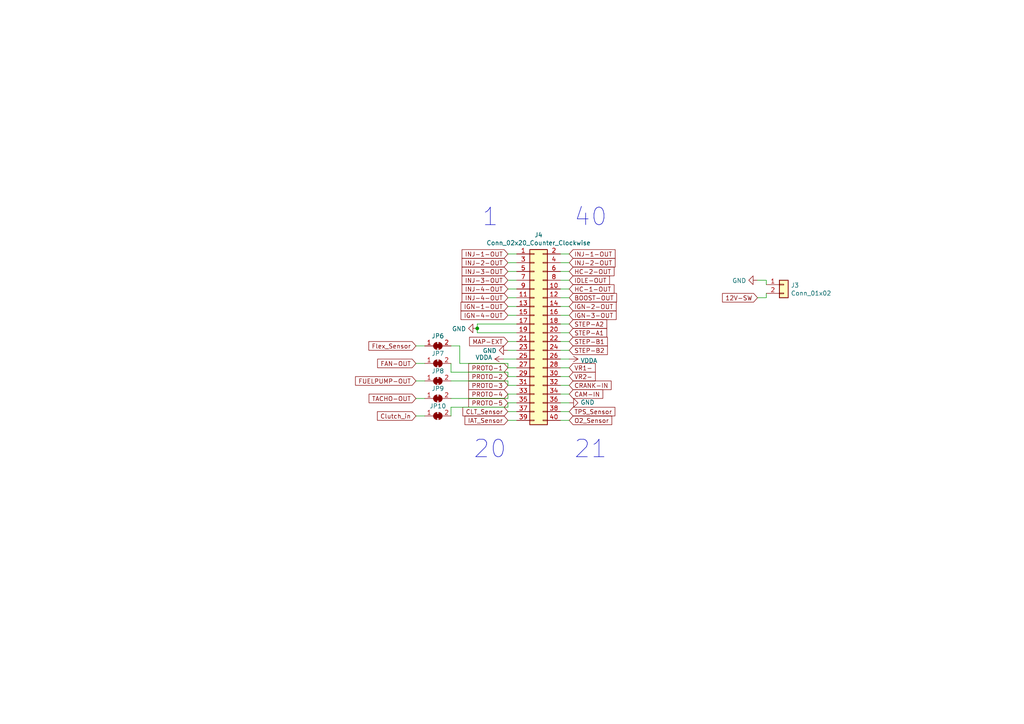
<source format=kicad_sch>
(kicad_sch (version 20210621) (generator eeschema)
  (paper "A4")
  (lib_symbols
    (symbol "Connector_Generic:Conn_01x02" (pin_names (offset 1.016) hide)
      (property "Reference" "J" (at 0 2.54 0))
      (property "Value" "Conn_01x02" (at 0 -5.08 0))
      (symbol "Conn_01x02_1_1"
        (rectangle (start -1.27 -2.413) (end 0 -2.667) (stroke (width 0.1524)))
        (rectangle (start -1.27 0.127) (end 0 -0.127) (stroke (width 0.1524)))
        (rectangle (start -1.27 1.27) (end 1.27 -3.81) (stroke (width 0.254)) (fill (type background)))
        (pin passive line (at -5.08 0 0) (length 3.81) (name "Pin_1") (number "1"))
        (pin passive line (at -5.08 -2.54 0) (length 3.81) (name "Pin_2") (number "2"))
      )
    )
    (symbol "Connector_Generic:Conn_02x20_Odd_Even" (pin_names (offset 1.016) hide)
      (property "Reference" "J" (at 1.27 25.4 0))
      (property "Value" "Conn_02x20_Odd_Even" (at 1.27 -27.94 0))
      (symbol "Conn_02x20_Odd_Even_1_1"
        (rectangle (start -1.27 -25.273) (end 0 -25.527) (stroke (width 0.1524)))
        (rectangle (start -1.27 -22.733) (end 0 -22.987) (stroke (width 0.1524)))
        (rectangle (start -1.27 -20.193) (end 0 -20.447) (stroke (width 0.1524)))
        (rectangle (start -1.27 -17.653) (end 0 -17.907) (stroke (width 0.1524)))
        (rectangle (start -1.27 -15.113) (end 0 -15.367) (stroke (width 0.1524)))
        (rectangle (start -1.27 -12.573) (end 0 -12.827) (stroke (width 0.1524)))
        (rectangle (start -1.27 -10.033) (end 0 -10.287) (stroke (width 0.1524)))
        (rectangle (start -1.27 -7.493) (end 0 -7.747) (stroke (width 0.1524)))
        (rectangle (start -1.27 -4.953) (end 0 -5.207) (stroke (width 0.1524)))
        (rectangle (start -1.27 -2.413) (end 0 -2.667) (stroke (width 0.1524)))
        (rectangle (start -1.27 0.127) (end 0 -0.127) (stroke (width 0.1524)))
        (rectangle (start -1.27 2.667) (end 0 2.413) (stroke (width 0.1524)))
        (rectangle (start -1.27 5.207) (end 0 4.953) (stroke (width 0.1524)))
        (rectangle (start -1.27 7.747) (end 0 7.493) (stroke (width 0.1524)))
        (rectangle (start -1.27 10.287) (end 0 10.033) (stroke (width 0.1524)))
        (rectangle (start -1.27 12.827) (end 0 12.573) (stroke (width 0.1524)))
        (rectangle (start -1.27 15.367) (end 0 15.113) (stroke (width 0.1524)))
        (rectangle (start -1.27 17.907) (end 0 17.653) (stroke (width 0.1524)))
        (rectangle (start -1.27 20.447) (end 0 20.193) (stroke (width 0.1524)))
        (rectangle (start -1.27 22.987) (end 0 22.733) (stroke (width 0.1524)))
        (rectangle (start -1.27 24.13) (end 3.81 -26.67) (stroke (width 0.254)) (fill (type background)))
        (rectangle (start 3.81 -25.273) (end 2.54 -25.527) (stroke (width 0.1524)))
        (rectangle (start 3.81 -22.733) (end 2.54 -22.987) (stroke (width 0.1524)))
        (rectangle (start 3.81 -20.193) (end 2.54 -20.447) (stroke (width 0.1524)))
        (rectangle (start 3.81 -17.653) (end 2.54 -17.907) (stroke (width 0.1524)))
        (rectangle (start 3.81 -15.113) (end 2.54 -15.367) (stroke (width 0.1524)))
        (rectangle (start 3.81 -12.573) (end 2.54 -12.827) (stroke (width 0.1524)))
        (rectangle (start 3.81 -10.033) (end 2.54 -10.287) (stroke (width 0.1524)))
        (rectangle (start 3.81 -7.493) (end 2.54 -7.747) (stroke (width 0.1524)))
        (rectangle (start 3.81 -4.953) (end 2.54 -5.207) (stroke (width 0.1524)))
        (rectangle (start 3.81 -2.413) (end 2.54 -2.667) (stroke (width 0.1524)))
        (rectangle (start 3.81 0.127) (end 2.54 -0.127) (stroke (width 0.1524)))
        (rectangle (start 3.81 2.667) (end 2.54 2.413) (stroke (width 0.1524)))
        (rectangle (start 3.81 5.207) (end 2.54 4.953) (stroke (width 0.1524)))
        (rectangle (start 3.81 7.747) (end 2.54 7.493) (stroke (width 0.1524)))
        (rectangle (start 3.81 10.287) (end 2.54 10.033) (stroke (width 0.1524)))
        (rectangle (start 3.81 12.827) (end 2.54 12.573) (stroke (width 0.1524)))
        (rectangle (start 3.81 15.367) (end 2.54 15.113) (stroke (width 0.1524)))
        (rectangle (start 3.81 17.907) (end 2.54 17.653) (stroke (width 0.1524)))
        (rectangle (start 3.81 20.447) (end 2.54 20.193) (stroke (width 0.1524)))
        (rectangle (start 3.81 22.987) (end 2.54 22.733) (stroke (width 0.1524)))
        (pin passive line (at -5.08 22.86 0) (length 3.81) (name "Pin_1") (number "1"))
        (pin passive line (at 7.62 12.7 180) (length 3.81) (name "Pin_10") (number "10"))
        (pin passive line (at -5.08 10.16 0) (length 3.81) (name "Pin_11") (number "11"))
        (pin passive line (at 7.62 10.16 180) (length 3.81) (name "Pin_12") (number "12"))
        (pin passive line (at -5.08 7.62 0) (length 3.81) (name "Pin_13") (number "13"))
        (pin passive line (at 7.62 7.62 180) (length 3.81) (name "Pin_14") (number "14"))
        (pin passive line (at -5.08 5.08 0) (length 3.81) (name "Pin_15") (number "15"))
        (pin passive line (at 7.62 5.08 180) (length 3.81) (name "Pin_16") (number "16"))
        (pin passive line (at -5.08 2.54 0) (length 3.81) (name "Pin_17") (number "17"))
        (pin passive line (at 7.62 2.54 180) (length 3.81) (name "Pin_18") (number "18"))
        (pin passive line (at -5.08 0 0) (length 3.81) (name "Pin_19") (number "19"))
        (pin passive line (at 7.62 22.86 180) (length 3.81) (name "Pin_2") (number "2"))
        (pin passive line (at 7.62 0 180) (length 3.81) (name "Pin_20") (number "20"))
        (pin passive line (at -5.08 -2.54 0) (length 3.81) (name "Pin_21") (number "21"))
        (pin passive line (at 7.62 -2.54 180) (length 3.81) (name "Pin_22") (number "22"))
        (pin passive line (at -5.08 -5.08 0) (length 3.81) (name "Pin_23") (number "23"))
        (pin passive line (at 7.62 -5.08 180) (length 3.81) (name "Pin_24") (number "24"))
        (pin passive line (at -5.08 -7.62 0) (length 3.81) (name "Pin_25") (number "25"))
        (pin passive line (at 7.62 -7.62 180) (length 3.81) (name "Pin_26") (number "26"))
        (pin passive line (at -5.08 -10.16 0) (length 3.81) (name "Pin_27") (number "27"))
        (pin passive line (at 7.62 -10.16 180) (length 3.81) (name "Pin_28") (number "28"))
        (pin passive line (at -5.08 -12.7 0) (length 3.81) (name "Pin_29") (number "29"))
        (pin passive line (at -5.08 20.32 0) (length 3.81) (name "Pin_3") (number "3"))
        (pin passive line (at 7.62 -12.7 180) (length 3.81) (name "Pin_30") (number "30"))
        (pin passive line (at -5.08 -15.24 0) (length 3.81) (name "Pin_31") (number "31"))
        (pin passive line (at 7.62 -15.24 180) (length 3.81) (name "Pin_32") (number "32"))
        (pin passive line (at -5.08 -17.78 0) (length 3.81) (name "Pin_33") (number "33"))
        (pin passive line (at 7.62 -17.78 180) (length 3.81) (name "Pin_34") (number "34"))
        (pin passive line (at -5.08 -20.32 0) (length 3.81) (name "Pin_35") (number "35"))
        (pin passive line (at 7.62 -20.32 180) (length 3.81) (name "Pin_36") (number "36"))
        (pin passive line (at -5.08 -22.86 0) (length 3.81) (name "Pin_37") (number "37"))
        (pin passive line (at 7.62 -22.86 180) (length 3.81) (name "Pin_38") (number "38"))
        (pin passive line (at -5.08 -25.4 0) (length 3.81) (name "Pin_39") (number "39"))
        (pin passive line (at 7.62 20.32 180) (length 3.81) (name "Pin_4") (number "4"))
        (pin passive line (at 7.62 -25.4 180) (length 3.81) (name "Pin_40") (number "40"))
        (pin passive line (at -5.08 17.78 0) (length 3.81) (name "Pin_5") (number "5"))
        (pin passive line (at 7.62 17.78 180) (length 3.81) (name "Pin_6") (number "6"))
        (pin passive line (at -5.08 15.24 0) (length 3.81) (name "Pin_7") (number "7"))
        (pin passive line (at 7.62 15.24 180) (length 3.81) (name "Pin_8") (number "8"))
        (pin passive line (at -5.08 12.7 0) (length 3.81) (name "Pin_9") (number "9"))
      )
    )
    (symbol "Jumper:SolderJumper_2_Bridged" (pin_names (offset 0) hide)
      (property "Reference" "JP" (at 0 2.032 0))
      (property "Value" "SolderJumper_2_Bridged" (at 0 -2.54 0))
      (symbol "SolderJumper_2_Bridged_0_1"
        (rectangle (start -0.508 0.508) (end 0.508 -0.508) (fill (type outline)))
        (arc (start -0.254 1.016) (mid -1.27 0) (end -0.254 -1.016))
        (arc (start -0.254 1.016) (mid -1.27 0) (end -0.254 -1.016) (fill (type outline)))
        (polyline (pts (xy -0.254 1.016) (xy -0.254 -1.016)))
        (polyline (pts (xy 0.254 1.016) (xy 0.254 -1.016)))
        (arc (start 0.254 -1.016) (mid 1.27 0) (end 0.254 1.016))
        (arc (start 0.254 -1.016) (mid 1.27 0) (end 0.254 1.016) (fill (type outline)))
      )
      (symbol "SolderJumper_2_Bridged_1_1"
        (pin passive line (at -3.81 0 0) (length 2.54) (name "A") (number "1"))
        (pin passive line (at 3.81 0 180) (length 2.54) (name "B") (number "2"))
      )
    )
    (symbol "power:GND" (power) (pin_names (offset 0))
      (property "Value" "GND" (at 0 -3.81 0))
      (symbol "GND_0_1"
        (polyline (pts (xy 0 0) (xy 0 -1.27) (xy 1.27 -1.27) (xy 0 -2.54) (xy -1.27 -1.27) (xy 0 -1.27)))
      )
      (symbol "GND_1_1"
        (pin power_in line (at 0 0 270) (length 0) hide (name "GND") (number "1"))
      )
    )
    (symbol "power:VDDA" (power) (pin_names (offset 0))
      (property "Value" "VDDA" (at 0 3.81 0))
      (symbol "VDDA_0_1"
        (polyline (pts (xy -0.762 1.27) (xy 0 2.54)))
        (polyline (pts (xy 0 0) (xy 0 2.54)))
        (polyline (pts (xy 0 2.54) (xy 0.762 1.27)))
      )
      (symbol "VDDA_1_1"
        (pin power_in line (at 0 0 90) (length 0) hide (name "VDDA") (number "1"))
      )
    )
  )
  (junction (at 138.43 95.25))
  (wire (pts (xy 146.05 104.14) (xy 149.86 104.14)))
  (wire (pts (xy 162.56 96.52) (xy 165.1 96.52)))
  (wire (pts (xy 147.32 118.11) (xy 147.32 116.84)))
  (wire (pts (xy 149.86 76.2) (xy 147.32 76.2)))
  (wire (pts (xy 147.32 110.49) (xy 147.32 111.76)))
  (wire (pts (xy 162.56 116.84) (xy 165.1 116.84)))
  (wire (pts (xy 162.56 78.74) (xy 165.1 78.74)))
  (wire (pts (xy 149.86 109.22) (xy 147.32 109.22)))
  (wire (pts (xy 130.81 100.33) (xy 133.35 100.33)))
  (wire (pts (xy 130.81 107.95) (xy 147.32 107.95)))
  (wire (pts (xy 138.43 96.52) (xy 138.43 95.25)))
  (wire (pts (xy 165.1 119.38) (xy 162.56 119.38)))
  (wire (pts (xy 149.86 96.52) (xy 138.43 96.52)))
  (wire (pts (xy 147.32 78.74) (xy 149.86 78.74)))
  (wire (pts (xy 120.65 110.49) (xy 123.19 110.49)))
  (wire (pts (xy 162.56 91.44) (xy 165.1 91.44)))
  (wire (pts (xy 147.32 105.41) (xy 147.32 106.68)))
  (wire (pts (xy 120.65 120.65) (xy 123.19 120.65)))
  (wire (pts (xy 120.65 105.41) (xy 123.19 105.41)))
  (wire (pts (xy 162.56 106.68) (xy 165.1 106.68)))
  (wire (pts (xy 147.32 83.82) (xy 149.86 83.82)))
  (wire (pts (xy 147.32 99.06) (xy 149.86 99.06)))
  (wire (pts (xy 162.56 101.6) (xy 165.1 101.6)))
  (wire (pts (xy 147.32 121.92) (xy 149.86 121.92)))
  (wire (pts (xy 147.32 107.95) (xy 147.32 109.22)))
  (wire (pts (xy 149.86 116.84) (xy 147.32 116.84)))
  (wire (pts (xy 147.32 111.76) (xy 149.86 111.76)))
  (wire (pts (xy 162.56 111.76) (xy 165.1 111.76)))
  (wire (pts (xy 120.65 100.33) (xy 123.19 100.33)))
  (wire (pts (xy 130.81 105.41) (xy 130.81 107.95)))
  (wire (pts (xy 162.56 121.92) (xy 165.1 121.92)))
  (wire (pts (xy 147.32 101.6) (xy 149.86 101.6)))
  (wire (pts (xy 138.43 93.98) (xy 138.43 95.25)))
  (wire (pts (xy 120.65 115.57) (xy 123.19 115.57)))
  (wire (pts (xy 165.1 114.3) (xy 162.56 114.3)))
  (wire (pts (xy 162.56 81.28) (xy 165.1 81.28)))
  (wire (pts (xy 133.35 100.33) (xy 133.35 105.41)))
  (wire (pts (xy 222.25 81.28) (xy 222.25 82.55)))
  (wire (pts (xy 219.71 81.28) (xy 222.25 81.28)))
  (wire (pts (xy 149.86 81.28) (xy 147.32 81.28)))
  (wire (pts (xy 130.81 120.65) (xy 130.81 118.11)))
  (wire (pts (xy 133.35 105.41) (xy 147.32 105.41)))
  (wire (pts (xy 165.1 93.98) (xy 162.56 93.98)))
  (wire (pts (xy 165.1 76.2) (xy 162.56 76.2)))
  (wire (pts (xy 147.32 115.57) (xy 147.32 114.3)))
  (wire (pts (xy 165.1 83.82) (xy 162.56 83.82)))
  (wire (pts (xy 149.86 119.38) (xy 147.32 119.38)))
  (wire (pts (xy 219.71 86.36) (xy 222.25 86.36)))
  (wire (pts (xy 165.1 104.14) (xy 162.56 104.14)))
  (wire (pts (xy 222.25 86.36) (xy 222.25 85.09)))
  (wire (pts (xy 147.32 106.68) (xy 149.86 106.68)))
  (wire (pts (xy 165.1 86.36) (xy 162.56 86.36)))
  (wire (pts (xy 147.32 73.66) (xy 149.86 73.66)))
  (wire (pts (xy 149.86 86.36) (xy 147.32 86.36)))
  (wire (pts (xy 147.32 88.9) (xy 149.86 88.9)))
  (wire (pts (xy 165.1 109.22) (xy 162.56 109.22)))
  (wire (pts (xy 162.56 73.66) (xy 165.1 73.66)))
  (wire (pts (xy 130.81 115.57) (xy 147.32 115.57)))
  (wire (pts (xy 130.81 118.11) (xy 147.32 118.11)))
  (wire (pts (xy 165.1 88.9) (xy 162.56 88.9)))
  (wire (pts (xy 149.86 114.3) (xy 147.32 114.3)))
  (wire (pts (xy 130.81 110.49) (xy 147.32 110.49)))
  (wire (pts (xy 165.1 99.06) (xy 162.56 99.06)))
  (wire (pts (xy 149.86 93.98) (xy 138.43 93.98)))
  (wire (pts (xy 149.86 91.44) (xy 147.32 91.44)))
  (text "20" (at 137.16 133.35 0) (effects (font (size 5.08 5.08)) (justify left bottom)))
  (text "1" (at 139.7 66.04 0) (effects (font (size 5.08 5.08)) (justify left bottom)))
  (text "21" (at 166.37 133.35 0) (effects (font (size 5.08 5.08)) (justify left bottom)))
  (text "40" (at 166.37 66.04 0) (effects (font (size 5.08 5.08)) (justify left bottom)))
  (global_label "IGN-2-OUT" (shape input) (at 165.1 88.9 0) (property "Intersheet References" "${INTERSHEET_REFS}" (effects hide)))
  (global_label "INJ-4-OUT" (shape input) (at 147.32 86.36 180) (property "Intersheet References" "${INTERSHEET_REFS}" (effects hide)))
  (global_label "INJ-4-OUT" (shape input) (at 147.32 83.82 180) (property "Intersheet References" "${INTERSHEET_REFS}" (effects hide)))
  (global_label "INJ-1-OUT" (shape input) (at 165.1 73.66 0) (property "Intersheet References" "${INTERSHEET_REFS}" (effects hide)))
  (global_label "INJ-1-OUT" (shape input) (at 147.32 73.66 180) (property "Intersheet References" "${INTERSHEET_REFS}" (effects hide)))
  (global_label "STEP-B2" (shape input) (at 165.1 101.6 0) (property "Intersheet References" "${INTERSHEET_REFS}" (effects hide)))
  (global_label "HC-2-OUT" (shape input) (at 165.1 78.74 0) (property "Intersheet References" "${INTERSHEET_REFS}" (effects hide)))
  (global_label "STEP-A1" (shape input) (at 165.1 96.52 0) (property "Intersheet References" "${INTERSHEET_REFS}" (effects hide)))
  (global_label "PROTO-3" (shape input) (at 147.32 111.76 180) (property "Intersheet References" "${INTERSHEET_REFS}" (effects hide)))
  (global_label "INJ-3-OUT" (shape input) (at 147.32 81.28 180) (property "Intersheet References" "${INTERSHEET_REFS}" (effects hide)))
  (global_label "PROTO-5" (shape input) (at 147.32 116.84 180) (property "Intersheet References" "${INTERSHEET_REFS}" (effects hide)))
  (global_label "PROTO-1" (shape input) (at 147.32 106.68 180) (property "Intersheet References" "${INTERSHEET_REFS}" (effects hide)))
  (global_label "INJ-2-OUT" (shape input) (at 147.32 76.2 180) (property "Intersheet References" "${INTERSHEET_REFS}" (effects hide)))
  (global_label "FUELPUMP-OUT" (shape input) (at 120.65 110.49 180) (property "Intersheet References" "${INTERSHEET_REFS}" (effects hide)))
  (global_label "CAM-IN" (shape input) (at 165.1 114.3 0) (property "Intersheet References" "${INTERSHEET_REFS}" (effects hide)))
  (global_label "PROTO-2" (shape input) (at 147.32 109.22 180) (property "Intersheet References" "${INTERSHEET_REFS}" (effects hide)))
  (global_label "INJ-2-OUT" (shape input) (at 165.1 76.2 0) (property "Intersheet References" "${INTERSHEET_REFS}" (effects hide)))
  (global_label "CLT_Sensor" (shape input) (at 147.32 119.38 180) (property "Intersheet References" "${INTERSHEET_REFS}" (effects hide)))
  (global_label "CRANK-IN" (shape input) (at 165.1 111.76 0) (property "Intersheet References" "${INTERSHEET_REFS}" (effects hide)))
  (global_label "STEP-A2" (shape input) (at 165.1 93.98 0) (property "Intersheet References" "${INTERSHEET_REFS}" (effects hide)))
  (global_label "Flex_Sensor" (shape input) (at 120.65 100.33 180) (property "Intersheet References" "${INTERSHEET_REFS}" (effects hide)))
  (global_label "HC-1-OUT" (shape input) (at 165.1 83.82 0) (property "Intersheet References" "${INTERSHEET_REFS}" (effects hide)))
  (global_label "TPS_Sensor" (shape input) (at 165.1 119.38 0) (property "Intersheet References" "${INTERSHEET_REFS}" (effects hide)))
  (global_label "MAP-EXT" (shape input) (at 147.32 99.06 180) (property "Intersheet References" "${INTERSHEET_REFS}" (effects hide)))
  (global_label "IGN-3-OUT" (shape input) (at 165.1 91.44 0) (property "Intersheet References" "${INTERSHEET_REFS}" (effects hide)))
  (global_label "Clutch_in" (shape input) (at 120.65 120.65 180) (property "Intersheet References" "${INTERSHEET_REFS}" (effects hide)))
  (global_label "IGN-4-OUT" (shape input) (at 147.32 91.44 180) (property "Intersheet References" "${INTERSHEET_REFS}" (effects hide)))
  (global_label "VR1-" (shape input) (at 165.1 106.68 0) (property "Intersheet References" "${INTERSHEET_REFS}" (effects hide)))
  (global_label "IGN-1-OUT" (shape input) (at 147.32 88.9 180) (property "Intersheet References" "${INTERSHEET_REFS}" (effects hide)))
  (global_label "INJ-3-OUT" (shape input) (at 147.32 78.74 180) (property "Intersheet References" "${INTERSHEET_REFS}" (effects hide)))
  (global_label "BOOST-OUT" (shape input) (at 165.1 86.36 0) (property "Intersheet References" "${INTERSHEET_REFS}" (effects hide)))
  (global_label "12V-SW" (shape input) (at 219.71 86.36 180) (property "Intersheet References" "${INTERSHEET_REFS}" (effects hide)))
  (global_label "FAN-OUT" (shape input) (at 120.65 105.41 180) (property "Intersheet References" "${INTERSHEET_REFS}" (effects hide)))
  (global_label "VR2-" (shape input) (at 165.1 109.22 0) (property "Intersheet References" "${INTERSHEET_REFS}" (effects hide)))
  (global_label "IDLE-OUT" (shape input) (at 165.1 81.28 0) (property "Intersheet References" "${INTERSHEET_REFS}" (effects hide)))
  (global_label "STEP-B1" (shape input) (at 165.1 99.06 0) (property "Intersheet References" "${INTERSHEET_REFS}" (effects hide)))
  (global_label "IAT_Sensor" (shape input) (at 147.32 121.92 180) (property "Intersheet References" "${INTERSHEET_REFS}" (effects hide)))
  (global_label "TACHO-OUT" (shape input) (at 120.65 115.57 180) (property "Intersheet References" "${INTERSHEET_REFS}" (effects hide)))
  (global_label "O2_Sensor" (shape input) (at 165.1 121.92 0) (property "Intersheet References" "${INTERSHEET_REFS}" (effects hide)))
  (global_label "PROTO-4" (shape input) (at 147.32 114.3 180) (property "Intersheet References" "${INTERSHEET_REFS}" (effects hide)))
  (symbol (lib_id "power:GND") (at 138.43 95.25 270) (unit 1)
    (property "Reference" "#PWR051" (effects hide))
    (property "Value" "GND" (at 135.1788 95.377 90) (effects (justify right)))
  )
  (symbol (lib_id "power:GND") (at 165.1 116.84 90) (unit 1)
    (property "Reference" "#PWR055" (effects hide))
    (property "Value" "GND" (at 168.3512 116.713 90) (effects (justify right)))
  )
  (symbol (lib_id "Connector_Generic:Conn_02x20_Odd_Even") (at 154.94 96.52 0) (unit 1)
    (property "Reference" "J4" (at 156.21 68.1482 0))
    (property "Value" "Conn_02x20_Counter_Clockwise" (at 156.21 70.4596 0))
    (property "Footprint" "Connector_IDC:IDC-Header_2x20_P2.54mm_Vertical" (effects hide))
  )
  (symbol (lib_id "power:VDDA") (at 165.1 104.14 270) (unit 1)
    (property "Reference" "#PWR054" (effects hide))
    (property "Value" "VDDA" (at 168.3512 104.5972 90) (effects (justify left)))
  )
  (symbol (lib_id "power:GND") (at 147.32 101.6 270) (unit 1)
    (property "Reference" "#PWR053" (effects hide))
    (property "Value" "GND" (at 144.0688 101.727 90) (effects (justify right)))
  )
  (symbol (lib_id "power:VDDA") (at 146.05 104.14 90) (unit 1)
    (property "Reference" "#PWR052" (effects hide))
    (property "Value" "VDDA" (at 142.7988 103.6828 90) (effects (justify left)))
  )
  (symbol (lib_id "Connector_Generic:Conn_01x02") (at 227.33 82.55 0) (unit 1)
    (property "Reference" "J3" (at 229.362 82.7532 0) (effects (justify left)))
    (property "Value" "Conn_01x02" (at 229.362 85.0646 0) (effects (justify left)))
    (property "Footprint" "TerminalBlock_Phoenix:TerminalBlock_Phoenix_PT-1,5-2-5.0-H_1x02_P5.00mm_Horizontal" (effects hide))
  )
  (symbol (lib_id "power:GND") (at 219.71 81.28 270) (unit 1)
    (property "Reference" "#PWR0109" (effects hide))
    (property "Value" "GND" (at 216.4588 81.407 90) (effects (justify right)))
  )
  (symbol (lib_id "Jumper:SolderJumper_2_Bridged") (at 127 105.41 0) (unit 1)
    (property "Reference" "JP7" (at 127 102.5398 0))
    (property "Value" "SolderJumper_2_Bridged" (effects hide))
    (property "Footprint" "Jumper:SolderJumper-2_P1.3mm_Bridged_Pad1.0x1.5mm" (effects hide))
  )
  (symbol (lib_id "Jumper:SolderJumper_2_Bridged") (at 127 110.49 0) (unit 1)
    (property "Reference" "JP8" (at 127 107.6198 0))
    (property "Value" "SolderJumper_2_Bridged" (effects hide))
    (property "Footprint" "Jumper:SolderJumper-2_P1.3mm_Bridged_Pad1.0x1.5mm" (effects hide))
  )
  (symbol (lib_id "Jumper:SolderJumper_2_Bridged") (at 127 115.57 0) (unit 1)
    (property "Reference" "JP9" (at 127 112.6998 0))
    (property "Value" "SolderJumper_2_Bridged" (effects hide))
    (property "Footprint" "Jumper:SolderJumper-2_P1.3mm_Bridged_Pad1.0x1.5mm" (effects hide))
  )
  (symbol (lib_id "Jumper:SolderJumper_2_Bridged") (at 127 120.65 0) (unit 1)
    (property "Reference" "JP10" (at 127 117.7798 0))
    (property "Value" "SolderJumper_2_Bridged" (effects hide))
    (property "Footprint" "Jumper:SolderJumper-2_P1.3mm_Bridged_Pad1.0x1.5mm" (effects hide))
  )
  (symbol (lib_id "Jumper:SolderJumper_2_Bridged") (at 127 100.33 0) (unit 1)
    (property "Reference" "JP6" (at 127 97.4598 0))
    (property "Value" "SolderJumper_2_Bridged" (effects hide))
    (property "Footprint" "Jumper:SolderJumper-2_P1.3mm_Bridged_Pad1.0x1.5mm" (effects hide))
  )
)
</source>
